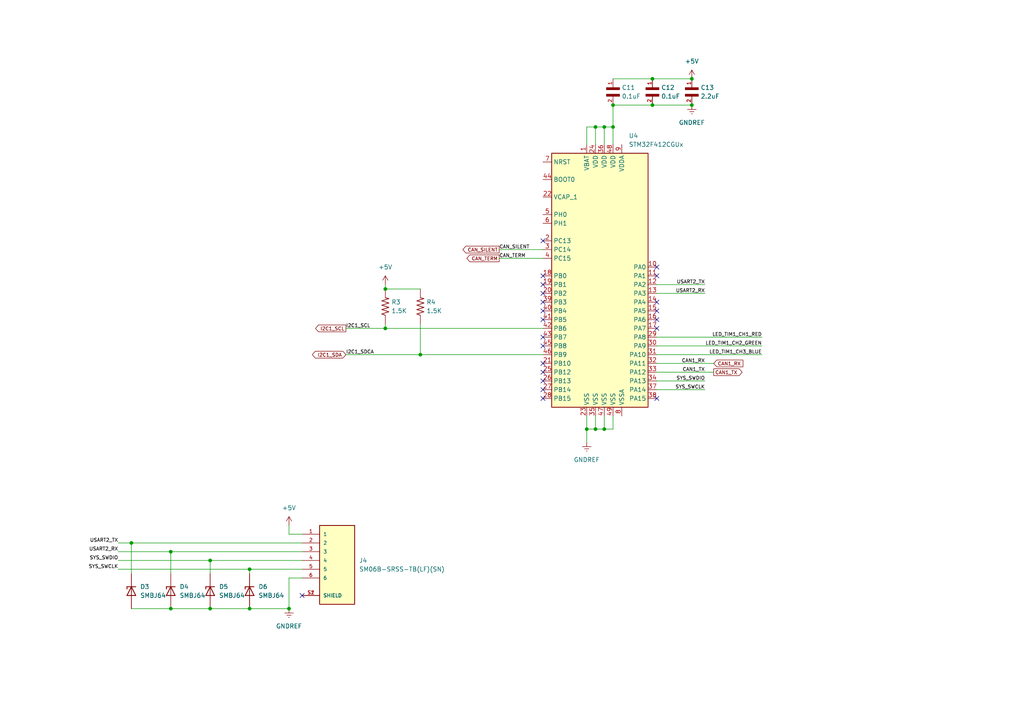
<source format=kicad_sch>
(kicad_sch (version 20211123) (generator eeschema)
  (paper "A4")
  (lib_symbols
    (symbol "3-1879460-1:3-1879460-1" (pin_numbers hide) (pin_names (offset 1.016) hide)
      (property "Reference" "R" (at -3.81 1.4986 0))
      (property "Value" "3-1879460-1" (at -3.81 -3.302 0))
      (symbol "3-1879460-1_0_0"
        (polyline (pts (xy -2.54 0) (xy -2.159 1.016)) (stroke (width 0.2032)))
        (polyline (pts (xy -2.159 1.016) (xy -1.524 -1.016)) (stroke (width 0.2032)))
        (polyline (pts (xy -1.524 -1.016) (xy -0.889 1.016)) (stroke (width 0.2032)))
        (polyline (pts (xy -0.889 1.016) (xy -0.254 -1.016)) (stroke (width 0.2032)))
        (polyline (pts (xy -0.254 -1.016) (xy 0.381 1.016)) (stroke (width 0.2032)))
        (polyline (pts (xy 0.381 1.016) (xy 1.016 -1.016)) (stroke (width 0.2032)))
        (polyline (pts (xy 1.016 -1.016) (xy 1.651 1.016)) (stroke (width 0.2032)))
        (polyline (pts (xy 1.651 1.016) (xy 2.286 -1.016)) (stroke (width 0.2032)))
        (polyline (pts (xy 2.286 -1.016) (xy 2.54 0)) (stroke (width 0.2032)))
        (pin passive line (at -5.08 0 0) (length 2.54) (name "~") (number "1"))
        (pin passive line (at 5.08 0 180) (length 2.54) (name "~") (number "2"))
      )
    )
    (symbol "LD03YC101KAB2A:LD03YC101KAB2A" (pin_names (offset 1.016) hide)
      (property "Reference" "C" (at 0 3.81 0))
      (property "Value" "LD03YC101KAB2A" (at 0 -5.08 0))
      (symbol "LD03YC101KAB2A_0_0"
        (rectangle (start 0 -1.905) (end 0.635 1.905) (fill (type outline)))
        (rectangle (start 1.905 -1.905) (end 2.54 1.905) (fill (type outline)))
        (pin passive line (at 5.08 0 180) (length 2.54) (name "~") (number "1"))
        (pin passive line (at -2.54 0 0) (length 2.54) (name "~") (number "2"))
      )
    )
    (symbol "MCU_ST_STM32F4:STM32F412CGUx"
      (property "Reference" "U" (at -15.24 36.83 0))
      (property "Value" "STM32F412CGUx" (at 7.62 36.83 0))
      (symbol "STM32F412CGUx_0_1"
        (rectangle (start -15.24 -38.1) (end 12.7 35.56) (stroke (width 0.254)) (fill (type background)))
      )
      (symbol "STM32F412CGUx_1_1"
        (pin power_in line (at -5.08 38.1 270) (length 2.54) (name "VBAT") (number "1"))
        (pin bidirectional line (at 15.24 2.54 180) (length 2.54) (name "PA0") (number "10"))
        (pin bidirectional line (at 15.24 0 180) (length 2.54) (name "PA1") (number "11"))
        (pin bidirectional line (at 15.24 -2.54 180) (length 2.54) (name "PA2") (number "12"))
        (pin bidirectional line (at 15.24 -5.08 180) (length 2.54) (name "PA3") (number "13"))
        (pin bidirectional line (at 15.24 -7.62 180) (length 2.54) (name "PA4") (number "14"))
        (pin bidirectional line (at 15.24 -10.16 180) (length 2.54) (name "PA5") (number "15"))
        (pin bidirectional line (at 15.24 -12.7 180) (length 2.54) (name "PA6") (number "16"))
        (pin bidirectional line (at 15.24 -15.24 180) (length 2.54) (name "PA7") (number "17"))
        (pin bidirectional line (at -17.78 0 0) (length 2.54) (name "PB0") (number "18"))
        (pin bidirectional line (at -17.78 -2.54 0) (length 2.54) (name "PB1") (number "19"))
        (pin bidirectional line (at -17.78 10.16 0) (length 2.54) (name "PC13") (number "2"))
        (pin bidirectional line (at -17.78 -5.08 0) (length 2.54) (name "PB2") (number "20"))
        (pin bidirectional line (at -17.78 -25.4 0) (length 2.54) (name "PB10") (number "21"))
        (pin power_in line (at -17.78 22.86 0) (length 2.54) (name "VCAP_1") (number "22"))
        (pin power_in line (at -5.08 -40.64 90) (length 2.54) (name "VSS") (number "23"))
        (pin power_in line (at -2.54 38.1 270) (length 2.54) (name "VDD") (number "24"))
        (pin bidirectional line (at -17.78 -27.94 0) (length 2.54) (name "PB12") (number "25"))
        (pin bidirectional line (at -17.78 -30.48 0) (length 2.54) (name "PB13") (number "26"))
        (pin bidirectional line (at -17.78 -33.02 0) (length 2.54) (name "PB14") (number "27"))
        (pin bidirectional line (at -17.78 -35.56 0) (length 2.54) (name "PB15") (number "28"))
        (pin bidirectional line (at 15.24 -17.78 180) (length 2.54) (name "PA8") (number "29"))
        (pin bidirectional line (at -17.78 7.62 0) (length 2.54) (name "PC14") (number "3"))
        (pin bidirectional line (at 15.24 -20.32 180) (length 2.54) (name "PA9") (number "30"))
        (pin bidirectional line (at 15.24 -22.86 180) (length 2.54) (name "PA10") (number "31"))
        (pin bidirectional line (at 15.24 -25.4 180) (length 2.54) (name "PA11") (number "32"))
        (pin bidirectional line (at 15.24 -27.94 180) (length 2.54) (name "PA12") (number "33"))
        (pin bidirectional line (at 15.24 -30.48 180) (length 2.54) (name "PA13") (number "34"))
        (pin power_in line (at -2.54 -40.64 90) (length 2.54) (name "VSS") (number "35"))
        (pin power_in line (at 0 38.1 270) (length 2.54) (name "VDD") (number "36"))
        (pin bidirectional line (at 15.24 -33.02 180) (length 2.54) (name "PA14") (number "37"))
        (pin bidirectional line (at 15.24 -35.56 180) (length 2.54) (name "PA15") (number "38"))
        (pin bidirectional line (at -17.78 -7.62 0) (length 2.54) (name "PB3") (number "39"))
        (pin bidirectional line (at -17.78 5.08 0) (length 2.54) (name "PC15") (number "4"))
        (pin bidirectional line (at -17.78 -10.16 0) (length 2.54) (name "PB4") (number "40"))
        (pin bidirectional line (at -17.78 -12.7 0) (length 2.54) (name "PB5") (number "41"))
        (pin bidirectional line (at -17.78 -15.24 0) (length 2.54) (name "PB6") (number "42"))
        (pin bidirectional line (at -17.78 -17.78 0) (length 2.54) (name "PB7") (number "43"))
        (pin input line (at -17.78 27.94 0) (length 2.54) (name "BOOT0") (number "44"))
        (pin bidirectional line (at -17.78 -20.32 0) (length 2.54) (name "PB8") (number "45"))
        (pin bidirectional line (at -17.78 -22.86 0) (length 2.54) (name "PB9") (number "46"))
        (pin power_in line (at 0 -40.64 90) (length 2.54) (name "VSS") (number "47"))
        (pin power_in line (at 2.54 38.1 270) (length 2.54) (name "VDD") (number "48"))
        (pin power_in line (at 2.54 -40.64 90) (length 2.54) (name "VSS") (number "49"))
        (pin input line (at -17.78 17.78 0) (length 2.54) (name "PH0") (number "5"))
        (pin input line (at -17.78 15.24 0) (length 2.54) (name "PH1") (number "6"))
        (pin input line (at -17.78 33.02 0) (length 2.54) (name "NRST") (number "7"))
        (pin power_in line (at 5.08 -40.64 90) (length 2.54) (name "VSSA") (number "8"))
        (pin power_in line (at 5.08 38.1 270) (length 2.54) (name "VDDA") (number "9"))
      )
    )
    (symbol "SM06B-SRSS-TB_LF__SN_:SM06B-SRSS-TB(LF)(SN)" (pin_names (offset 1.016))
      (property "Reference" "J" (at -5.08 13.335 0))
      (property "Value" "SM06B-SRSS-TB(LF)(SN)" (at -5.08 -12.7 0))
      (symbol "SM06B-SRSS-TB(LF)(SN)_0_0"
        (rectangle (start -5.08 -10.16) (end 5.08 12.7) (stroke (width 0.254)) (fill (type background)))
        (pin passive line (at -10.16 10.16 0) (length 5.08) (name "1") (number "1"))
        (pin passive line (at -10.16 7.62 0) (length 5.08) (name "2") (number "2"))
        (pin passive line (at -10.16 5.08 0) (length 5.08) (name "3") (number "3"))
        (pin passive line (at -10.16 2.54 0) (length 5.08) (name "4") (number "4"))
        (pin passive line (at -10.16 0 0) (length 5.08) (name "5") (number "5"))
        (pin passive line (at -10.16 -2.54 0) (length 5.08) (name "6") (number "6"))
        (pin passive line (at -10.16 -7.62 0) (length 5.08) (name "SHIELD") (number "S1"))
        (pin passive line (at -10.16 -7.62 0) (length 5.08) (name "SHIELD") (number "S2"))
      )
    )
    (symbol "SMBJ64:SMBJ64" (pin_numbers hide) (pin_names (offset 1.016) hide)
      (property "Reference" "D" (at -5.08 2.413 0))
      (property "Value" "SMBJ64" (at -5.08 -4.953 0))
      (symbol "SMBJ64_0_0"
        (polyline (pts (xy -1.27 -1.27) (xy -1.27 0)) (stroke (width 0.254)))
        (polyline (pts (xy -1.27 0) (xy -1.27 1.27)) (stroke (width 0.254)))
        (polyline (pts (xy -1.27 0) (xy 1.27 -1.27)) (stroke (width 0.254)))
        (polyline (pts (xy -0.635 -1.27) (xy -1.27 -1.27)) (stroke (width 0.254)))
        (polyline (pts (xy 1.27 -1.27) (xy 1.27 1.27)) (stroke (width 0.254)))
        (polyline (pts (xy 1.27 1.27) (xy -1.27 0)) (stroke (width 0.254)))
        (pin passive line (at 5.08 0 180) (length 5.08) (name "~") (number "A"))
        (pin passive line (at -5.08 0 0) (length 5.08) (name "~") (number "C"))
      )
    )
    (symbol "power:+5V" (power) (pin_names (offset 0))
      (property "Value" "+5V" (at 0 3.556 0))
      (symbol "+5V_0_1"
        (polyline (pts (xy -0.762 1.27) (xy 0 2.54)))
        (polyline (pts (xy 0 0) (xy 0 2.54)))
        (polyline (pts (xy 0 2.54) (xy 0.762 1.27)))
      )
      (symbol "+5V_1_1"
        (pin power_in line (at 0 0 90) (length 0) hide (name "+5V") (number "1"))
      )
    )
    (symbol "power:GNDREF" (power) (pin_names (offset 0))
      (property "Value" "GNDREF" (at 0 -3.81 0))
      (symbol "GNDREF_0_1"
        (polyline (pts (xy -0.635 -1.905) (xy 0.635 -1.905)))
        (polyline (pts (xy -0.127 -2.54) (xy 0.127 -2.54)))
        (polyline (pts (xy 0 -1.27) (xy 0 0)))
        (polyline (pts (xy 1.27 -1.27) (xy -1.27 -1.27)))
      )
      (symbol "GNDREF_1_1"
        (pin power_in line (at 0 0 270) (length 0) hide (name "GNDREF") (number "1"))
      )
    )
  )
  (junction (at 170.18 124.46))
  (junction (at 189.23 30.48))
  (junction (at 177.8 30.48))
  (junction (at 111.76 83.82))
  (junction (at 60.96 176.53))
  (junction (at 175.26 124.46))
  (junction (at 60.96 162.56))
  (junction (at 38.1 157.48))
  (junction (at 172.72 36.83))
  (junction (at 189.23 22.86))
  (junction (at 49.53 160.02))
  (junction (at 111.76 95.25))
  (junction (at 72.39 165.1))
  (junction (at 172.72 124.46))
  (junction (at 200.66 30.48))
  (junction (at 83.82 176.53))
  (junction (at 175.26 36.83))
  (junction (at 200.66 22.86))
  (junction (at 72.39 176.53))
  (junction (at 177.8 36.83))
  (junction (at 49.53 176.53))
  (junction (at 121.92 102.87))
  (no_connect (at 87.63 172.72))
  (no_connect (at 157.48 100.33))
  (no_connect (at 157.48 107.95))
  (no_connect (at 157.48 105.41))
  (no_connect (at 157.48 113.03))
  (no_connect (at 157.48 110.49))
  (no_connect (at 157.48 97.79))
  (no_connect (at 157.48 115.57))
  (no_connect (at 157.48 69.85))
  (no_connect (at 157.48 92.71))
  (no_connect (at 190.5 80.01))
  (no_connect (at 190.5 115.57))
  (no_connect (at 190.5 87.63))
  (no_connect (at 190.5 90.17))
  (no_connect (at 190.5 95.25))
  (no_connect (at 190.5 92.71))
  (no_connect (at 157.48 90.17))
  (no_connect (at 157.48 85.09))
  (no_connect (at 157.48 87.63))
  (no_connect (at 157.48 82.55))
  (no_connect (at 190.5 77.47))
  (no_connect (at 157.48 80.01))
  (wire (pts (xy 177.8 22.86) (xy 189.23 22.86)))
  (wire (pts (xy 175.26 36.83) (xy 172.72 36.83)))
  (wire (pts (xy 190.5 113.03) (xy 204.47 113.03)))
  (wire (pts (xy 177.8 124.46) (xy 175.26 124.46)))
  (wire (pts (xy 49.53 160.02) (xy 87.63 160.02)))
  (wire (pts (xy 72.39 165.1) (xy 87.63 165.1)))
  (wire (pts (xy 111.76 82.55) (xy 111.76 83.82)))
  (wire (pts (xy 177.8 120.65) (xy 177.8 124.46)))
  (wire (pts (xy 111.76 83.82) (xy 121.92 83.82)))
  (wire (pts (xy 170.18 124.46) (xy 170.18 128.27)))
  (wire (pts (xy 87.63 167.64) (xy 83.82 167.64)))
  (wire (pts (xy 34.29 160.02) (xy 49.53 160.02)))
  (wire (pts (xy 121.92 102.87) (xy 121.92 93.98)))
  (wire (pts (xy 177.8 30.48) (xy 177.8 36.83)))
  (wire (pts (xy 189.23 30.48) (xy 200.66 30.48)))
  (wire (pts (xy 190.5 82.55) (xy 204.47 82.55)))
  (wire (pts (xy 177.8 30.48) (xy 189.23 30.48)))
  (wire (pts (xy 172.72 36.83) (xy 172.72 41.91)))
  (wire (pts (xy 170.18 36.83) (xy 170.18 41.91)))
  (wire (pts (xy 144.78 72.39) (xy 157.48 72.39)))
  (wire (pts (xy 175.26 36.83) (xy 175.26 41.91)))
  (wire (pts (xy 172.72 120.65) (xy 172.72 124.46)))
  (wire (pts (xy 175.26 124.46) (xy 172.72 124.46)))
  (wire (pts (xy 177.8 36.83) (xy 175.26 36.83)))
  (wire (pts (xy 144.78 74.93) (xy 157.48 74.93)))
  (wire (pts (xy 177.8 41.91) (xy 177.8 36.83)))
  (wire (pts (xy 172.72 36.83) (xy 170.18 36.83)))
  (wire (pts (xy 172.72 124.46) (xy 170.18 124.46)))
  (wire (pts (xy 38.1 176.53) (xy 49.53 176.53)))
  (wire (pts (xy 175.26 120.65) (xy 175.26 124.46)))
  (wire (pts (xy 34.29 157.48) (xy 38.1 157.48)))
  (wire (pts (xy 190.5 97.79) (xy 220.98 97.79)))
  (wire (pts (xy 49.53 160.02) (xy 49.53 166.37)))
  (wire (pts (xy 38.1 157.48) (xy 38.1 166.37)))
  (wire (pts (xy 190.5 107.95) (xy 207.01 107.95)))
  (wire (pts (xy 111.76 95.25) (xy 157.48 95.25)))
  (wire (pts (xy 83.82 167.64) (xy 83.82 176.53)))
  (wire (pts (xy 34.29 165.1) (xy 72.39 165.1)))
  (wire (pts (xy 38.1 157.48) (xy 87.63 157.48)))
  (wire (pts (xy 190.5 105.41) (xy 207.01 105.41)))
  (wire (pts (xy 72.39 165.1) (xy 72.39 166.37)))
  (wire (pts (xy 190.5 85.09) (xy 204.47 85.09)))
  (wire (pts (xy 60.96 162.56) (xy 87.63 162.56)))
  (wire (pts (xy 60.96 176.53) (xy 72.39 176.53)))
  (wire (pts (xy 190.5 100.33) (xy 220.98 100.33)))
  (wire (pts (xy 190.5 110.49) (xy 204.47 110.49)))
  (wire (pts (xy 190.5 102.87) (xy 220.98 102.87)))
  (wire (pts (xy 60.96 162.56) (xy 60.96 166.37)))
  (wire (pts (xy 87.63 154.94) (xy 83.82 154.94)))
  (wire (pts (xy 170.18 124.46) (xy 170.18 120.65)))
  (wire (pts (xy 49.53 176.53) (xy 60.96 176.53)))
  (wire (pts (xy 72.39 176.53) (xy 83.82 176.53)))
  (wire (pts (xy 83.82 154.94) (xy 83.82 152.4)))
  (wire (pts (xy 111.76 93.98) (xy 111.76 95.25)))
  (wire (pts (xy 100.33 95.25) (xy 111.76 95.25)))
  (wire (pts (xy 189.23 22.86) (xy 200.66 22.86)))
  (wire (pts (xy 34.29 162.56) (xy 60.96 162.56)))
  (wire (pts (xy 100.33 102.87) (xy 121.92 102.87)))
  (wire (pts (xy 121.92 102.87) (xy 157.48 102.87)))
  (label "I2C1_SDCA" (at 100.33 102.87 0) (effects (font (size 1 1))))
  (label "LED_TIM1_CH2_GREEN" (at 220.98 100.33 180) (effects (font (size 1 1))))
  (label "USART2_TX" (at 34.29 157.48 180) (effects (font (size 1 1))))
  (label "SYS_SWDIO" (at 204.47 110.49 180) (effects (font (size 1 1))))
  (label "LED_TIM1_CH3_BLUE" (at 220.98 102.87 180) (effects (font (size 1 1))))
  (label "CAN1_RX" (at 204.47 105.41 180) (effects (font (size 1 1))))
  (label "CAN_TERM" (at 144.78 74.93 0) (effects (font (size 1 1))))
  (label "USART2_RX" (at 204.47 85.09 180) (effects (font (size 1 1))))
  (label "CAN1_TX" (at 204.47 107.95 180) (effects (font (size 1 1))))
  (label "SYS_SWDIO" (at 34.29 162.56 180) (effects (font (size 1 1))))
  (label "SYS_SWCLK" (at 204.47 113.03 180) (effects (font (size 1 1))))
  (label "LED_TIM1_CH1_RED" (at 220.98 97.79 180) (effects (font (size 1 1))))
  (label "USART2_RX" (at 34.29 160.02 180) (effects (font (size 1 1))))
  (label "USART2_TX" (at 204.47 82.55 180) (effects (font (size 1 1))))
  (label "CAN_SILENT" (at 144.78 72.39 0) (effects (font (size 1 1))))
  (label "I2C1_SCL" (at 100.33 95.25 0) (effects (font (size 1 1))))
  (label "SYS_SWCLK" (at 34.29 165.1 180) (effects (font (size 1 1))))
  (global_label "CAN_SILENT" (shape output) (at 144.78 72.39 180) (effects (font (size 1 1))) (property "Intersheet References" "${INTERSHEET_REFS}" (effects hide)))
  (global_label "I2C1_SDA" (shape bidirectional) (at 100.33 102.87 180) (effects (font (size 1 1))) (property "Intersheet References" "${INTERSHEET_REFS}" (effects hide)))
  (global_label "CAN1_RX" (shape input) (at 207.01 105.41 0) (effects (font (size 1 1))) (property "Intersheet References" "${INTERSHEET_REFS}" (effects hide)))
  (global_label "I2C1_SCL" (shape output) (at 100.33 95.25 180) (effects (font (size 1 1))) (property "Intersheet References" "${INTERSHEET_REFS}" (effects hide)))
  (global_label "CAN1_TX" (shape output) (at 207.01 107.95 0) (effects (font (size 1 1))) (property "Intersheet References" "${INTERSHEET_REFS}" (effects hide)))
  (global_label "CAN_TERM" (shape output) (at 144.78 74.93 180) (effects (font (size 1 1))) (property "Intersheet References" "${INTERSHEET_REFS}" (effects hide)))
  (symbol (lib_id "3-1879460-1:3-1879460-1") (at 121.92 88.9 90) (unit 1)
    (property "Reference" "R4" (at 123.677 87.6299 90) (effects (justify right)))
    (property "Value" "1.5K" (at 123.677 90.1699 90) (effects (justify right)))
    (property "Footprint" "SnapEDA Library:RESC1608X50N" (effects hide))
  )
  (symbol (lib_id "SMBJ64:SMBJ64") (at 38.1 171.45 270) (unit 1)
    (property "Reference" "D3" (at 40.64 170.1799 90) (effects (justify left)))
    (property "Value" "SMBJ64" (at 40.64 172.7199 90) (effects (justify left)))
    (property "Footprint" "DIOM4336X265N" (effects hide))
    (property "STANDARD" "IPC-7351B" (effects hide))
    (property "MANUFACTURER" "Taiwan Semiconductor" (effects hide))
    (property "PARTREV" "F2102" (effects hide))
    (property "MAXIMUM_PACKAGE_HEIGHT" "2.65 mm" (effects hide))
  )
  (symbol (lib_id "power:+5V") (at 111.76 82.55 0) (unit 1)
    (property "Reference" "#PWR025" (effects hide))
    (property "Value" "3.3V" (at 111.76 77.47 0))
  )
  (symbol (lib_id "power:GNDREF") (at 200.66 30.48 0) (unit 1)
    (property "Reference" "#PWR028" (effects hide))
    (property "Value" "GND" (at 200.66 35.56 0))
  )
  (symbol (lib_id "LD03YC101KAB2A:LD03YC101KAB2A") (at 200.66 27.94 90) (unit 1)
    (property "Reference" "C13" (at 203.2 25.3999 90) (effects (justify right)))
    (property "Value" "2.2uF" (at 203.2 27.9399 90) (effects (justify right)))
    (property "Footprint" "SnapEDA Library:CAPC1608X90" (effects hide))
  )
  (symbol (lib_id "LD03YC101KAB2A:LD03YC101KAB2A") (at 189.23 27.94 90) (unit 1)
    (property "Reference" "C12" (at 191.77 25.3999 90) (effects (justify right)))
    (property "Value" "0.1uF" (at 191.77 27.9399 90) (effects (justify right)))
    (property "Footprint" "SnapEDA Library:CAPC1608X90" (effects hide))
  )
  (symbol (lib_id "power:+5V") (at 83.82 152.4 0) (unit 1)
    (property "Reference" "#PWR023" (effects hide))
    (property "Value" "3.3V" (at 83.82 147.32 0))
  )
  (symbol (lib_id "power:+5V") (at 200.66 22.86 0) (unit 1)
    (property "Reference" "#PWR027" (effects hide))
    (property "Value" "3.3V" (at 200.66 17.78 0))
  )
  (symbol (lib_id "SM06B-SRSS-TB_LF__SN_:SM06B-SRSS-TB(LF)(SN)") (at 97.79 165.1 0) (unit 1)
    (property "Reference" "J4" (at 104.14 162.5599 0) (effects (justify left)))
    (property "Value" "SM06B-SRSS-TB(LF)(SN)" (at 104.14 165.0999 0) (effects (justify left)))
    (property "Footprint" "SnapEDA Library:JST_SM06B-SRSS-TB(LF)(SN)" (effects hide))
    (property "MANUFACTURER" "JST" (effects hide))
    (property "STANDARD" "Manufacturer Recommendation" (effects hide))
  )
  (symbol (lib_id "power:GNDREF") (at 83.82 176.53 0) (unit 1)
    (property "Reference" "#PWR024" (effects hide))
    (property "Value" "GND" (at 83.82 181.61 0))
  )
  (symbol (lib_id "power:GNDREF") (at 170.18 128.27 0) (unit 1)
    (property "Reference" "#PWR026" (effects hide))
    (property "Value" "GND" (at 170.18 133.35 0))
  )
  (symbol (lib_id "3-1879460-1:3-1879460-1") (at 111.76 88.9 90) (unit 1)
    (property "Reference" "R3" (at 113.517 87.6299 90) (effects (justify right)))
    (property "Value" "1.5K" (at 113.517 90.1699 90) (effects (justify right)))
    (property "Footprint" "SnapEDA Library:RESC1608X50N" (effects hide))
  )
  (symbol (lib_id "SMBJ64:SMBJ64") (at 60.96 171.45 270) (unit 1)
    (property "Reference" "D5" (at 63.5 170.1799 90) (effects (justify left)))
    (property "Value" "SMBJ64" (at 63.5 172.7199 90) (effects (justify left)))
    (property "Footprint" "DIOM4336X265N" (effects hide))
    (property "STANDARD" "IPC-7351B" (effects hide))
    (property "MANUFACTURER" "Taiwan Semiconductor" (effects hide))
    (property "PARTREV" "F2102" (effects hide))
    (property "MAXIMUM_PACKAGE_HEIGHT" "2.65 mm" (effects hide))
  )
  (symbol (lib_id "SMBJ64:SMBJ64") (at 49.53 171.45 270) (unit 1)
    (property "Reference" "D4" (at 52.07 170.1799 90) (effects (justify left)))
    (property "Value" "SMBJ64" (at 52.07 172.7199 90) (effects (justify left)))
    (property "Footprint" "DIOM4336X265N" (effects hide))
    (property "STANDARD" "IPC-7351B" (effects hide))
    (property "MANUFACTURER" "Taiwan Semiconductor" (effects hide))
    (property "PARTREV" "F2102" (effects hide))
    (property "MAXIMUM_PACKAGE_HEIGHT" "2.65 mm" (effects hide))
  )
  (symbol (lib_id "LD03YC101KAB2A:LD03YC101KAB2A") (at 177.8 27.94 90) (unit 1)
    (property "Reference" "C11" (at 180.34 25.3999 90) (effects (justify right)))
    (property "Value" "0.1uF" (at 180.34 27.9399 90) (effects (justify right)))
    (property "Footprint" "SnapEDA Library:CAPC1608X90" (effects hide))
  )
  (symbol (lib_id "SMBJ64:SMBJ64") (at 72.39 171.45 270) (unit 1)
    (property "Reference" "D6" (at 74.93 170.1799 90) (effects (justify left)))
    (property "Value" "SMBJ64" (at 74.93 172.7199 90) (effects (justify left)))
    (property "Footprint" "DIOM4336X265N" (effects hide))
    (property "STANDARD" "IPC-7351B" (effects hide))
    (property "MANUFACTURER" "Taiwan Semiconductor" (effects hide))
    (property "PARTREV" "F2102" (effects hide))
    (property "MAXIMUM_PACKAGE_HEIGHT" "2.65 mm" (effects hide))
  )
  (symbol (lib_id "MCU_ST_STM32F4:STM32F412CGUx") (at 175.26 80.01 0) (unit 1)
    (property "Reference" "U4" (at 182.3594 39.37 0) (effects (justify left)))
    (property "Value" "STM32F412CGUx" (at 182.3594 41.91 0) (effects (justify left)))
    (property "Footprint" "Package_DFN_QFN:QFN-48-1EP_7x7mm_P0.5mm_EP5.6x5.6mm" (effects hide))
    (property "Datasheet" "http://www.st.com/st-web-ui/static/active/en/resource/technical/document/datasheet/DM00213872.pdf" (effects hide))
  )
)
</source>
